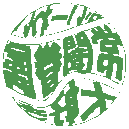
<source format=gbr>
%TF.GenerationSoftware,KiCad,Pcbnew,9.0.2*%
%TF.CreationDate,2025-08-08T22:11:24+08:00*%
%TF.ProjectId,lipo-chargable-espc3-weather-station,6c69706f-2d63-4686-9172-6761626c652d,rev?*%
%TF.SameCoordinates,Original*%
%TF.FileFunction,Legend,Bot*%
%TF.FilePolarity,Positive*%
%FSLAX46Y46*%
G04 Gerber Fmt 4.6, Leading zero omitted, Abs format (unit mm)*
G04 Created by KiCad (PCBNEW 9.0.2) date 2025-08-08 22:11:24*
%MOMM*%
%LPD*%
G01*
G04 APERTURE LIST*
%ADD10C,0.300000*%
%ADD11C,0.000000*%
G04 APERTURE END LIST*
D10*
X154928171Y-98626114D02*
X155071029Y-98554685D01*
X155071029Y-98554685D02*
X155285314Y-98554685D01*
X155285314Y-98554685D02*
X155499600Y-98626114D01*
X155499600Y-98626114D02*
X155642457Y-98768971D01*
X155642457Y-98768971D02*
X155713886Y-98911828D01*
X155713886Y-98911828D02*
X155785314Y-99197542D01*
X155785314Y-99197542D02*
X155785314Y-99411828D01*
X155785314Y-99411828D02*
X155713886Y-99697542D01*
X155713886Y-99697542D02*
X155642457Y-99840399D01*
X155642457Y-99840399D02*
X155499600Y-99983257D01*
X155499600Y-99983257D02*
X155285314Y-100054685D01*
X155285314Y-100054685D02*
X155142457Y-100054685D01*
X155142457Y-100054685D02*
X154928171Y-99983257D01*
X154928171Y-99983257D02*
X154856743Y-99911828D01*
X154856743Y-99911828D02*
X154856743Y-99411828D01*
X154856743Y-99411828D02*
X155142457Y-99411828D01*
X153999600Y-98554685D02*
X153999600Y-98911828D01*
X154356743Y-98768971D02*
X153999600Y-98911828D01*
X153999600Y-98911828D02*
X153642457Y-98768971D01*
X154213886Y-99197542D02*
X153999600Y-98911828D01*
X153999600Y-98911828D02*
X153785314Y-99197542D01*
X152856743Y-98554685D02*
X152856743Y-98911828D01*
X153213886Y-98768971D02*
X152856743Y-98911828D01*
X152856743Y-98911828D02*
X152499600Y-98768971D01*
X153071029Y-99197542D02*
X152856743Y-98911828D01*
X152856743Y-98911828D02*
X152642457Y-99197542D01*
X151713886Y-98554685D02*
X151713886Y-98911828D01*
X152071029Y-98768971D02*
X151713886Y-98911828D01*
X151713886Y-98911828D02*
X151356743Y-98768971D01*
X151928172Y-99197542D02*
X151713886Y-98911828D01*
X151713886Y-98911828D02*
X151499600Y-99197542D01*
D11*
%TO.C,G\u002A\u002A\u002A*%
G36*
X153530250Y-101620836D02*
G01*
X153535496Y-101751196D01*
X153535495Y-101988588D01*
X153315147Y-102241029D01*
X153266176Y-102297186D01*
X153167980Y-102410148D01*
X153089435Y-102500965D01*
X153044176Y-102553894D01*
X153017119Y-102597629D01*
X153023770Y-102647664D01*
X153072630Y-102725372D01*
X153082821Y-102739105D01*
X153148296Y-102803272D01*
X153201104Y-102817463D01*
X153221402Y-102814776D01*
X153243975Y-102847922D01*
X153250503Y-102940192D01*
X153250503Y-103081875D01*
X153443954Y-102972698D01*
X153637403Y-102863522D01*
X153660906Y-103020253D01*
X153674462Y-103123266D01*
X153675979Y-103240717D01*
X153644786Y-103318106D01*
X153571426Y-103373238D01*
X153446437Y-103423915D01*
X153232691Y-103499420D01*
X153209495Y-103691116D01*
X153202053Y-103757716D01*
X153189362Y-103898756D01*
X153182778Y-104012647D01*
X153179255Y-104142486D01*
X153312843Y-104111462D01*
X153387038Y-104094738D01*
X153485868Y-104079426D01*
X153534791Y-104092730D01*
X153546363Y-104141568D01*
X153533130Y-104232858D01*
X153527339Y-104263270D01*
X153502472Y-104385204D01*
X153480431Y-104482227D01*
X153472302Y-104524042D01*
X153469933Y-104536214D01*
X153483706Y-104564982D01*
X153537693Y-104575639D01*
X153647414Y-104576992D01*
X153717517Y-104575476D01*
X153838175Y-104567136D01*
X153922188Y-104554048D01*
X153933248Y-104550964D01*
X153979641Y-104527547D01*
X153980754Y-104523742D01*
X154147905Y-104523742D01*
X154168312Y-104537074D01*
X154249325Y-104531796D01*
X154393703Y-104508068D01*
X154604220Y-104466045D01*
X154697754Y-104445683D01*
X155285977Y-104277656D01*
X155844406Y-104045933D01*
X156379763Y-103747810D01*
X156608727Y-103603205D01*
X156585894Y-103315517D01*
X156573210Y-103154621D01*
X156557795Y-103016001D01*
X156534198Y-102938985D01*
X156493584Y-102920915D01*
X156427117Y-102959138D01*
X156325960Y-103050991D01*
X156181274Y-103193820D01*
X156057159Y-103320044D01*
X155875387Y-103513624D01*
X155694296Y-103714620D01*
X155539116Y-103895466D01*
X155420046Y-104039786D01*
X155326336Y-104146940D01*
X155258757Y-104203251D01*
X155205951Y-104209690D01*
X155156549Y-104167222D01*
X155099194Y-104076817D01*
X155022517Y-103939440D01*
X154924268Y-103764420D01*
X155503445Y-103179449D01*
X155579302Y-103103259D01*
X155754097Y-102930822D01*
X155918569Y-102772602D01*
X156062892Y-102637835D01*
X156177253Y-102535753D01*
X156251836Y-102475590D01*
X156324046Y-102421111D01*
X156393767Y-102358011D01*
X156396444Y-102354026D01*
X157038029Y-102354026D01*
X157042862Y-102419052D01*
X157062821Y-102516465D01*
X157082655Y-102609984D01*
X157107489Y-102760800D01*
X157126769Y-102914261D01*
X157151345Y-103155704D01*
X157314463Y-102984893D01*
X157431992Y-102858884D01*
X157556750Y-102717087D01*
X157650958Y-102600257D01*
X157707926Y-102516786D01*
X157720963Y-102475064D01*
X157716118Y-102470961D01*
X157660316Y-102450601D01*
X157559167Y-102424653D01*
X157431771Y-102396855D01*
X157297221Y-102370946D01*
X157174612Y-102350669D01*
X157083039Y-102339763D01*
X157041596Y-102341972D01*
X157038029Y-102354026D01*
X156396444Y-102354026D01*
X156420505Y-102318214D01*
X156414502Y-102280774D01*
X156382388Y-102234605D01*
X156315951Y-102197519D01*
X156207807Y-102167666D01*
X156050573Y-102143208D01*
X155836861Y-102122299D01*
X155559285Y-102103088D01*
X155457759Y-102096524D01*
X155295670Y-102084492D01*
X155161251Y-102072662D01*
X155076239Y-102062845D01*
X154960462Y-102044937D01*
X154960460Y-101774777D01*
X154960460Y-101504613D01*
X155289983Y-101530322D01*
X155321376Y-101532889D01*
X155519911Y-101552935D01*
X155727683Y-101578995D01*
X155904500Y-101606116D01*
X155944422Y-101613094D01*
X156073532Y-101635067D01*
X156169162Y-101650446D01*
X156212989Y-101656252D01*
X156213226Y-101630004D01*
X156195291Y-101548603D01*
X156161612Y-101425228D01*
X156115609Y-101273341D01*
X156072220Y-101135521D01*
X156031893Y-101006660D01*
X156012435Y-100943820D01*
X156581478Y-100943820D01*
X156584263Y-100955688D01*
X156604420Y-101020158D01*
X156639399Y-101127053D01*
X156683969Y-101260871D01*
X156732892Y-101406114D01*
X156780945Y-101547278D01*
X156822889Y-101668862D01*
X156853495Y-101755365D01*
X156867530Y-101791287D01*
X156877099Y-101795666D01*
X156941382Y-101818122D01*
X157055832Y-101855571D01*
X157208460Y-101904124D01*
X157387263Y-101959891D01*
X157474987Y-101986831D01*
X157647681Y-102038801D01*
X157791335Y-102080608D01*
X157892974Y-102108518D01*
X157939620Y-102118806D01*
X157963004Y-102115035D01*
X158006984Y-102081986D01*
X158059665Y-102005467D01*
X158129885Y-101874120D01*
X158131292Y-101871326D01*
X158175377Y-101773508D01*
X158184269Y-101717439D01*
X158160914Y-101685135D01*
X158157808Y-101683044D01*
X158087069Y-101642384D01*
X157968210Y-101580640D01*
X157812432Y-101503073D01*
X157630939Y-101414939D01*
X157434932Y-101321497D01*
X157235613Y-101228003D01*
X157044189Y-101139720D01*
X156871861Y-101061899D01*
X156729830Y-100999804D01*
X156629302Y-100958691D01*
X156581478Y-100943820D01*
X156012435Y-100943820D01*
X156004431Y-100917973D01*
X155994151Y-100883337D01*
X156008617Y-100879762D01*
X156076245Y-100872748D01*
X156180587Y-100865525D01*
X156188929Y-100865045D01*
X156261536Y-100860046D01*
X156296964Y-100853167D01*
X156288876Y-100841132D01*
X156230931Y-100820670D01*
X156116796Y-100788508D01*
X155940124Y-100741373D01*
X155783413Y-100701514D01*
X155577638Y-100653267D01*
X155386512Y-100612483D01*
X155236981Y-100585150D01*
X155219094Y-100582500D01*
X155072317Y-100567610D01*
X154908756Y-100560244D01*
X154745967Y-100560077D01*
X154601510Y-100566797D01*
X154492935Y-100580083D01*
X154437807Y-100599618D01*
X154434460Y-100610788D01*
X154435147Y-100678834D01*
X154446090Y-100792238D01*
X154465845Y-100933806D01*
X154515253Y-101246623D01*
X154650784Y-101257797D01*
X154674384Y-101260359D01*
X154759181Y-101281281D01*
X154800791Y-101311234D01*
X154801748Y-101314880D01*
X154804547Y-101376966D01*
X154800319Y-101485928D01*
X154789812Y-101620676D01*
X154788812Y-101631131D01*
X154773536Y-101764557D01*
X154756544Y-101841600D01*
X154732943Y-101876175D01*
X154697837Y-101882197D01*
X154683744Y-101880148D01*
X154665765Y-101877406D01*
X154653038Y-101882183D01*
X154645985Y-101902381D01*
X154645029Y-101945896D01*
X154650602Y-102020631D01*
X154663121Y-102134485D01*
X154683014Y-102295360D01*
X154710706Y-102511155D01*
X154746621Y-102789772D01*
X154764255Y-102930537D01*
X154790199Y-103170679D01*
X154798722Y-103315163D01*
X154801193Y-103357075D01*
X154795409Y-103500755D01*
X154771023Y-103612750D01*
X154726206Y-103704098D01*
X154659137Y-103785827D01*
X154567981Y-103868971D01*
X154399812Y-104010773D01*
X154434189Y-104171957D01*
X154444184Y-104222185D01*
X154456813Y-104306059D01*
X154456240Y-104344095D01*
X154435110Y-104356880D01*
X154365201Y-104394834D01*
X154265792Y-104446791D01*
X154185334Y-104491647D01*
X154147905Y-104523742D01*
X153980754Y-104523742D01*
X153993429Y-104480393D01*
X153982899Y-104386657D01*
X153977274Y-104353105D01*
X153960474Y-104269281D01*
X153948146Y-104230147D01*
X153913431Y-104234227D01*
X153842754Y-104261315D01*
X153773250Y-104286789D01*
X153733915Y-104289035D01*
X153733750Y-104288857D01*
X153721701Y-104247347D01*
X153704721Y-104155122D01*
X153686436Y-104031790D01*
X153653983Y-103789571D01*
X153755446Y-103737103D01*
X153778838Y-103724244D01*
X153835180Y-103672317D01*
X153838023Y-103605601D01*
X153816577Y-103506506D01*
X153787424Y-103356548D01*
X153754201Y-103175147D01*
X153719361Y-102976804D01*
X153685359Y-102776015D01*
X153654644Y-102587274D01*
X153629666Y-102425078D01*
X153612884Y-102303921D01*
X153606744Y-102238304D01*
X153608895Y-102190424D01*
X153617497Y-102115230D01*
X154090148Y-102115230D01*
X154101275Y-102254854D01*
X154125124Y-102455353D01*
X154162082Y-102721270D01*
X154162798Y-102726190D01*
X154201803Y-102982837D01*
X154234745Y-103173705D01*
X154262697Y-103303819D01*
X154286740Y-103378204D01*
X154307949Y-103401883D01*
X154327918Y-103396706D01*
X154344679Y-103370627D01*
X154351094Y-103315162D01*
X154346696Y-103222168D01*
X154331011Y-103083498D01*
X154303576Y-102891007D01*
X154263920Y-102636552D01*
X154247357Y-102532789D01*
X154213450Y-102323645D01*
X154187488Y-102173034D01*
X154167300Y-102072522D01*
X154150722Y-102013679D01*
X154135582Y-101988070D01*
X154119713Y-101987266D01*
X154100944Y-102002829D01*
X154091362Y-102031941D01*
X154090148Y-102115230D01*
X153617497Y-102115230D01*
X153623059Y-102066609D01*
X153646085Y-101934141D01*
X153660036Y-101874816D01*
X153698991Y-101771902D01*
X153763812Y-101677937D01*
X153870189Y-101567239D01*
X154054951Y-101389121D01*
X154007513Y-101178142D01*
X153988027Y-101080654D01*
X153974303Y-100981930D01*
X153974806Y-100928773D01*
X153977485Y-100921550D01*
X153997103Y-100854759D01*
X153997429Y-100853264D01*
X154034076Y-100785295D01*
X154119504Y-100714126D01*
X154263551Y-100631512D01*
X154362545Y-100586312D01*
X154470341Y-100554550D01*
X154602463Y-100535482D01*
X154782342Y-100524269D01*
X155109549Y-100532411D01*
X155518766Y-100591275D01*
X155970965Y-100702031D01*
X156463809Y-100863998D01*
X156994957Y-101076485D01*
X157562078Y-101338815D01*
X158280236Y-101691573D01*
X158266086Y-101717437D01*
X158148585Y-101932211D01*
X158019296Y-102151867D01*
X157790977Y-102475065D01*
X157724837Y-102568688D01*
X157380778Y-102967600D01*
X157000268Y-103335278D01*
X156665440Y-103603204D01*
X156596455Y-103658408D01*
X156182487Y-103923674D01*
X156110333Y-103963293D01*
X155551282Y-104224272D01*
X154957810Y-104423253D01*
X154331393Y-104559719D01*
X154264085Y-104569509D01*
X154007351Y-104591896D01*
X153709061Y-104600351D01*
X153390748Y-104595503D01*
X153073937Y-104577976D01*
X152780157Y-104548396D01*
X152632146Y-104524042D01*
X152894261Y-104524042D01*
X152912073Y-104541856D01*
X152929886Y-104524042D01*
X152912074Y-104506230D01*
X152902615Y-104515689D01*
X152894261Y-104524042D01*
X152632146Y-104524042D01*
X152530932Y-104507388D01*
X152358410Y-104467894D01*
X151775079Y-104288229D01*
X151419508Y-104132177D01*
X151504921Y-104132177D01*
X151522734Y-104149988D01*
X151540546Y-104132177D01*
X151522733Y-104114365D01*
X151504921Y-104132177D01*
X151419508Y-104132177D01*
X151220789Y-104044964D01*
X150700035Y-103740978D01*
X150217321Y-103379149D01*
X149777130Y-102962352D01*
X149383968Y-102493467D01*
X149302379Y-102383462D01*
X149208205Y-102251711D01*
X149172207Y-102192267D01*
X149219531Y-102192267D01*
X149378002Y-102414115D01*
X149409721Y-102457856D01*
X149479066Y-102544620D01*
X149550886Y-102614739D01*
X149640602Y-102680107D01*
X149763640Y-102752633D01*
X149935425Y-102844214D01*
X149954764Y-102854278D01*
X150104650Y-102929863D01*
X150229403Y-102988706D01*
X150316490Y-103025131D01*
X150353376Y-103033463D01*
X150344569Y-103020577D01*
X150285994Y-102980797D01*
X150184488Y-102922727D01*
X150052598Y-102853860D01*
X149879167Y-102759454D01*
X149756012Y-102674837D01*
X149695493Y-102607096D01*
X149700273Y-102558469D01*
X149720916Y-102562141D01*
X149794358Y-102590535D01*
X149907328Y-102640497D01*
X150045863Y-102706064D01*
X150197955Y-102778406D01*
X150329761Y-102835249D01*
X150414013Y-102861765D01*
X150458702Y-102860341D01*
X150471821Y-102833364D01*
X150476641Y-102829083D01*
X150527893Y-102836870D01*
X150623270Y-102867946D01*
X150747910Y-102917764D01*
X150785144Y-102933989D01*
X150920708Y-102999937D01*
X150994956Y-103051516D01*
X151013924Y-103092690D01*
X151014096Y-103104936D01*
X151056528Y-103152074D01*
X151158076Y-103196859D01*
X151309107Y-103236600D01*
X151499990Y-103268605D01*
X151721086Y-103290187D01*
X152061935Y-103312822D01*
X152031779Y-103428601D01*
X152011607Y-103490201D01*
X151969169Y-103534294D01*
X151886862Y-103543853D01*
X151874471Y-103543639D01*
X151724245Y-103526183D01*
X151533693Y-103484734D01*
X151324802Y-103424791D01*
X151119561Y-103351856D01*
X151007108Y-103311592D01*
X150930445Y-103294209D01*
X150908634Y-103305622D01*
X150913541Y-103313868D01*
X150971522Y-103352882D01*
X151080344Y-103400262D01*
X151224977Y-103451355D01*
X151390379Y-103501518D01*
X151561514Y-103546101D01*
X151723346Y-103580457D01*
X151860837Y-103599940D01*
X152132638Y-103623648D01*
X152117477Y-103726946D01*
X152099993Y-103802762D01*
X152077349Y-103845675D01*
X152058810Y-103850430D01*
X151976358Y-103844714D01*
X151848270Y-103820041D01*
X151689136Y-103780236D01*
X151513538Y-103729121D01*
X151336058Y-103670515D01*
X151171282Y-103608240D01*
X151084645Y-103573801D01*
X150938331Y-103521916D01*
X150839832Y-103496723D01*
X150797229Y-103500549D01*
X150783038Y-103505903D01*
X150721180Y-103490174D01*
X150629249Y-103449005D01*
X150525673Y-103392764D01*
X150428873Y-103331819D01*
X150357284Y-103276539D01*
X150329325Y-103237288D01*
X150302808Y-103201568D01*
X150228999Y-103144361D01*
X150124486Y-103079485D01*
X150022587Y-103021524D01*
X149909038Y-102955746D01*
X149830586Y-102908929D01*
X149804312Y-102892940D01*
X149773098Y-102878256D01*
X149787128Y-102901651D01*
X149848374Y-102969857D01*
X149872348Y-102994991D01*
X149959170Y-103075116D01*
X150031808Y-103128108D01*
X150042237Y-103134144D01*
X150116974Y-103182655D01*
X150224725Y-103257217D01*
X150345898Y-103344347D01*
X150460859Y-103426347D01*
X150706068Y-103586715D01*
X150939405Y-103720512D01*
X151152370Y-103823837D01*
X151336463Y-103892797D01*
X151483190Y-103923495D01*
X151584055Y-103912036D01*
X151601035Y-103906632D01*
X151682262Y-103898914D01*
X151794648Y-103901503D01*
X151917713Y-103912229D01*
X152030973Y-103928925D01*
X152113945Y-103949419D01*
X152146154Y-103971547D01*
X152145514Y-103974925D01*
X152115384Y-104017932D01*
X152054096Y-104081437D01*
X152041335Y-104093080D01*
X151983523Y-104132176D01*
X151972645Y-104139532D01*
X151888028Y-104160467D01*
X151760197Y-104163496D01*
X151558358Y-104159193D01*
X151789913Y-104246955D01*
X151915563Y-104291529D01*
X152101337Y-104350847D01*
X152272890Y-104399453D01*
X152411793Y-104433022D01*
X152569950Y-104467067D01*
X152696035Y-104489938D01*
X152867765Y-104515689D01*
X152786801Y-104406181D01*
X152765522Y-104376092D01*
X152734517Y-104317184D01*
X152719385Y-104247329D01*
X152717110Y-104146535D01*
X152724671Y-103994811D01*
X152743502Y-103692952D01*
X152600659Y-103743350D01*
X152576287Y-103751476D01*
X152456491Y-103781572D01*
X152355421Y-103793748D01*
X152308175Y-103791317D01*
X152263032Y-103765104D01*
X152253029Y-103691507D01*
X152253300Y-103674310D01*
X152266324Y-103615324D01*
X152312372Y-103578081D01*
X152409976Y-103545320D01*
X152412205Y-103544695D01*
X152552615Y-103495252D01*
X152672455Y-103435329D01*
X152755619Y-103374476D01*
X152786000Y-103322252D01*
X152771052Y-103293188D01*
X152711481Y-103230627D01*
X152622231Y-103157682D01*
X152561257Y-103111335D01*
X152496946Y-103049913D01*
X152472119Y-102993178D01*
X152473633Y-102920107D01*
X152487414Y-102802048D01*
X152342625Y-102886901D01*
X152279915Y-102920736D01*
X152035376Y-103013265D01*
X151769674Y-103064273D01*
X151515568Y-103066647D01*
X151420259Y-103053962D01*
X151215714Y-103010703D01*
X150976756Y-102940777D01*
X150698023Y-102842225D01*
X150374156Y-102713086D01*
X149999799Y-102551405D01*
X149569588Y-102355217D01*
X149219531Y-102192267D01*
X149172207Y-102192267D01*
X149157875Y-102168600D01*
X149151712Y-102129275D01*
X149190029Y-102128873D01*
X149273143Y-102162539D01*
X149401366Y-102225416D01*
X149412305Y-102230895D01*
X149569414Y-102306547D01*
X149763022Y-102395522D01*
X149980481Y-102492431D01*
X150209134Y-102591890D01*
X150436327Y-102688512D01*
X150649410Y-102776909D01*
X150835724Y-102851695D01*
X150982615Y-102907482D01*
X151077434Y-102938887D01*
X151201684Y-102969458D01*
X151544106Y-103018258D01*
X151855674Y-103004824D01*
X152141070Y-102928090D01*
X152404984Y-102786987D01*
X152652103Y-102580449D01*
X152727867Y-102496002D01*
X152838387Y-102357353D01*
X152966774Y-102184872D01*
X153102632Y-101992562D01*
X153235567Y-101794438D01*
X153237885Y-101790882D01*
X153386538Y-101567239D01*
X153428623Y-101567239D01*
X153446436Y-101585052D01*
X153464248Y-101567240D01*
X153446435Y-101549427D01*
X153428623Y-101567239D01*
X153386538Y-101567239D01*
X153419861Y-101517106D01*
X153582130Y-101283579D01*
X153721438Y-101094551D01*
X153834528Y-100954269D01*
X153918147Y-100866986D01*
X153969039Y-100836946D01*
X153970932Y-100837287D01*
X153962122Y-100866216D01*
X153914635Y-100932558D01*
X153837602Y-101023371D01*
X153796416Y-101069916D01*
X153686979Y-101201103D01*
X153595005Y-101321812D01*
X153527929Y-101421323D01*
X153493171Y-101488895D01*
X153498161Y-101513803D01*
X153515862Y-101537692D01*
X153520975Y-101567240D01*
X153530250Y-101620836D01*
G37*
G36*
X158195585Y-96921943D02*
G01*
X158446820Y-97467825D01*
X158635226Y-98043310D01*
X158758691Y-98643475D01*
X158781171Y-98836715D01*
X158799413Y-99162144D01*
X158799877Y-99510670D01*
X158799063Y-99527771D01*
X158783287Y-99859098D01*
X158750369Y-100184238D01*
X158701844Y-100462892D01*
X158662619Y-100628361D01*
X158610935Y-100825219D01*
X158562154Y-100989000D01*
X158519992Y-101107448D01*
X158488160Y-101168304D01*
X158465220Y-101167089D01*
X158386980Y-101140362D01*
X158264593Y-101088985D01*
X158109078Y-101017661D01*
X157931458Y-100931084D01*
X157503833Y-100723968D01*
X156989159Y-100496996D01*
X156960153Y-100485917D01*
X157146399Y-100485917D01*
X157171316Y-100509978D01*
X157240405Y-100551953D01*
X157264450Y-100564770D01*
X157348831Y-100604295D01*
X157400714Y-100620214D01*
X157405658Y-100617988D01*
X157380744Y-100593929D01*
X157311653Y-100551955D01*
X157287609Y-100539136D01*
X157203227Y-100499611D01*
X157151344Y-100483692D01*
X157146399Y-100485917D01*
X156960153Y-100485917D01*
X156513974Y-100315496D01*
X156071438Y-100177397D01*
X155654721Y-100080621D01*
X155256988Y-100023094D01*
X154871401Y-100002750D01*
X154719428Y-100002287D01*
X154567043Y-100004934D01*
X154454489Y-100013640D01*
X154363857Y-100030954D01*
X154277241Y-100059425D01*
X154176730Y-100101599D01*
X154174326Y-100102655D01*
X154050421Y-100153984D01*
X153946718Y-100191519D01*
X153885447Y-100207199D01*
X153856003Y-100212595D01*
X153839557Y-100233368D01*
X153829843Y-100254625D01*
X153776684Y-100307950D01*
X153691252Y-100377136D01*
X153670269Y-100394315D01*
X153580690Y-100467650D01*
X153466248Y-100580139D01*
X153345693Y-100719787D01*
X153211942Y-100895402D01*
X153057913Y-101115780D01*
X152900514Y-101353495D01*
X152876524Y-101389727D01*
X152744677Y-101590608D01*
X152583180Y-101828378D01*
X152446284Y-102016491D01*
X152327561Y-102162041D01*
X152220577Y-102272118D01*
X152118905Y-102353815D01*
X152016110Y-102414230D01*
X151905765Y-102460453D01*
X151891931Y-102465206D01*
X151772009Y-102496026D01*
X151665230Y-102509189D01*
X151509803Y-102493906D01*
X151285799Y-102440201D01*
X151006787Y-102348708D01*
X150675016Y-102220299D01*
X150292735Y-102055852D01*
X149862191Y-101856240D01*
X149385631Y-101622334D01*
X148709119Y-101282247D01*
X148676963Y-101195506D01*
X148734974Y-101195506D01*
X148744051Y-101228809D01*
X148751370Y-101239359D01*
X148783880Y-101264437D01*
X148788753Y-101262115D01*
X148779676Y-101228811D01*
X148772358Y-101218268D01*
X148744906Y-101197090D01*
X149224971Y-101197090D01*
X149224975Y-101262116D01*
X149224977Y-101288207D01*
X149224977Y-101497724D01*
X149572313Y-101670957D01*
X149654073Y-101711650D01*
X149840092Y-101803027D01*
X149973908Y-101865980D01*
X150063652Y-101903693D01*
X150117445Y-101919353D01*
X150143418Y-101916138D01*
X150149695Y-101897241D01*
X150145600Y-101854462D01*
X150128763Y-101763604D01*
X150104193Y-101664171D01*
X150077452Y-101575745D01*
X150054109Y-101517911D01*
X150039723Y-101510245D01*
X150039513Y-101510840D01*
X150012565Y-101521425D01*
X149947204Y-101498351D01*
X149837168Y-101438673D01*
X149676197Y-101339450D01*
X149669609Y-101335258D01*
X149497167Y-101225542D01*
X149376164Y-101151875D01*
X149297524Y-101113229D01*
X149252163Y-101108569D01*
X149231007Y-101136867D01*
X149224971Y-101197090D01*
X148744906Y-101197090D01*
X148739846Y-101193186D01*
X148734974Y-101195506D01*
X148676963Y-101195506D01*
X148643088Y-101104127D01*
X148619067Y-101032959D01*
X148575948Y-100888140D01*
X148568731Y-100861657D01*
X148941693Y-100861657D01*
X148956331Y-100905824D01*
X148965462Y-100917736D01*
X149014738Y-100943817D01*
X149026439Y-100934175D01*
X149003731Y-100893975D01*
X148968790Y-100863587D01*
X148941693Y-100861657D01*
X148568731Y-100861657D01*
X148528490Y-100713982D01*
X148526124Y-100704561D01*
X148909572Y-100704561D01*
X148916617Y-100775281D01*
X148918037Y-100778457D01*
X148929189Y-100773101D01*
X148931016Y-100744237D01*
X149654786Y-100744237D01*
X149674674Y-100817739D01*
X149682766Y-100831778D01*
X149732925Y-100879238D01*
X149807420Y-100929396D01*
X149816444Y-100934175D01*
X149885867Y-100970950D01*
X149947882Y-100992609D01*
X149973084Y-100983080D01*
X149967644Y-100937993D01*
X149911744Y-100845641D01*
X149790570Y-100763455D01*
X149745246Y-100741440D01*
X149675957Y-100719907D01*
X149654786Y-100744237D01*
X148931016Y-100744237D01*
X148933039Y-100712261D01*
X148932805Y-100701200D01*
X148926638Y-100653883D01*
X148915298Y-100668408D01*
X148909572Y-100704561D01*
X148526124Y-100704561D01*
X148483321Y-100534142D01*
X148454283Y-100408406D01*
X148443889Y-100356140D01*
X148860237Y-100356140D01*
X148862630Y-100445078D01*
X148866049Y-100477130D01*
X148878473Y-100556006D01*
X148890291Y-100587577D01*
X148893433Y-100583971D01*
X148898469Y-100551953D01*
X149189353Y-100551953D01*
X149196032Y-100593365D01*
X149224977Y-100623201D01*
X149245684Y-100609840D01*
X149260602Y-100551953D01*
X149253919Y-100510541D01*
X149224977Y-100480704D01*
X149204272Y-100494065D01*
X149189353Y-100551953D01*
X148898469Y-100551953D01*
X148901236Y-100534360D01*
X148904360Y-100445080D01*
X148903657Y-100413196D01*
X148894026Y-100334207D01*
X148876701Y-100302584D01*
X148870718Y-100306393D01*
X148860237Y-100356140D01*
X148443889Y-100356140D01*
X148429253Y-100282549D01*
X148411552Y-100160662D01*
X148409806Y-100140713D01*
X149619465Y-100140713D01*
X149623271Y-100201339D01*
X149625576Y-100212085D01*
X149651134Y-100252500D01*
X149711308Y-100294221D01*
X149817287Y-100343705D01*
X149980257Y-100407414D01*
X150079615Y-100445081D01*
X150085857Y-100447446D01*
X150214083Y-100497798D01*
X150305326Y-100535800D01*
X150337750Y-100551953D01*
X150344625Y-100555378D01*
X150349504Y-100567477D01*
X150366667Y-100637982D01*
X150381905Y-100712261D01*
X150391644Y-100759735D01*
X150421903Y-100920068D01*
X150433071Y-100983081D01*
X150454906Y-101106315D01*
X150464959Y-101164351D01*
X150502931Y-101377366D01*
X150541057Y-101582915D01*
X150575392Y-101760058D01*
X150601996Y-101887857D01*
X150603492Y-101894517D01*
X150604199Y-101897241D01*
X150634249Y-102012955D01*
X150665878Y-102108538D01*
X150693634Y-102172335D01*
X150712769Y-102195427D01*
X150718537Y-102168887D01*
X150706195Y-102083790D01*
X150647222Y-101768031D01*
X150566756Y-101288549D01*
X150493261Y-100794223D01*
X150429599Y-100305967D01*
X150378632Y-99844705D01*
X150343224Y-99431350D01*
X150318484Y-99076665D01*
X150196024Y-99217606D01*
X150168232Y-99249590D01*
X150073563Y-99358546D01*
X150162934Y-99391126D01*
X150165585Y-99392097D01*
X150206420Y-99411852D01*
X150233391Y-99444461D01*
X150245791Y-99487091D01*
X150250854Y-99504501D01*
X150263166Y-99606548D01*
X150272567Y-99736083D01*
X150274680Y-99765178D01*
X150279688Y-99838207D01*
X150292446Y-100002510D01*
X150305374Y-100144688D01*
X150316320Y-100240242D01*
X150317701Y-100250280D01*
X150319893Y-100341675D01*
X150296316Y-100373831D01*
X150278663Y-100370400D01*
X150203009Y-100346130D01*
X150087098Y-100303700D01*
X149947835Y-100249148D01*
X149872168Y-100218799D01*
X149749329Y-100170327D01*
X149661934Y-100136914D01*
X149625255Y-100124463D01*
X149619465Y-100140713D01*
X148409806Y-100140713D01*
X148399916Y-100027705D01*
X148393071Y-99868635D01*
X148389756Y-99668408D01*
X148389436Y-99590762D01*
X148406022Y-99590762D01*
X148409184Y-99735745D01*
X148416108Y-99838504D01*
X148426989Y-99884586D01*
X148458719Y-99889956D01*
X148526723Y-99870246D01*
X148559587Y-99860009D01*
X148628877Y-99861372D01*
X148730590Y-99888245D01*
X148880338Y-99943875D01*
X148946995Y-99970335D01*
X149070065Y-100018133D01*
X149143429Y-100042585D01*
X149178864Y-100045734D01*
X149188148Y-100029614D01*
X149183060Y-99996262D01*
X149175897Y-99983140D01*
X149113787Y-99936157D01*
X148996414Y-99875320D01*
X148833112Y-99805704D01*
X148494684Y-99672099D01*
X148494238Y-99662230D01*
X149581218Y-99662230D01*
X149598500Y-99715025D01*
X149672599Y-99769104D01*
X149688464Y-99775045D01*
X149777153Y-99800373D01*
X149819660Y-99788400D01*
X149830586Y-99736084D01*
X149806741Y-99680659D01*
X149718399Y-99629210D01*
X149655922Y-99607590D01*
X149601488Y-99594620D01*
X149583054Y-99611279D01*
X149581218Y-99662230D01*
X148494238Y-99662230D01*
X148484316Y-99442435D01*
X148484308Y-99409051D01*
X148904360Y-99409051D01*
X148920302Y-99463699D01*
X148995740Y-99519734D01*
X149101395Y-99550321D01*
X149168284Y-99541373D01*
X149189353Y-99487091D01*
X149173855Y-99440992D01*
X149103602Y-99398182D01*
X149040965Y-99380954D01*
X148961106Y-99354885D01*
X148918867Y-99354194D01*
X148904360Y-99409051D01*
X148484308Y-99409051D01*
X148484290Y-99332792D01*
X148496236Y-99192828D01*
X149581218Y-99192828D01*
X149594704Y-99215452D01*
X149652465Y-99244182D01*
X149694882Y-99252658D01*
X149723715Y-99249590D01*
X149708341Y-99233182D01*
X149652467Y-99198236D01*
X149606906Y-99181410D01*
X149581218Y-99192828D01*
X148496236Y-99192828D01*
X148496849Y-99185647D01*
X148520459Y-99071915D01*
X148527732Y-99050276D01*
X148562923Y-98971211D01*
X148609515Y-98938616D01*
X148691135Y-98933312D01*
X148747676Y-98939213D01*
X148872818Y-98968261D01*
X149002326Y-99012945D01*
X149189353Y-99090324D01*
X149189355Y-99009713D01*
X149185685Y-98980988D01*
X149155467Y-98935073D01*
X149102885Y-98900209D01*
X150228754Y-98900209D01*
X150258077Y-98913243D01*
X150276937Y-98910674D01*
X150281826Y-98889494D01*
X150276605Y-98885230D01*
X150234328Y-98889494D01*
X150228754Y-98900209D01*
X149102885Y-98900209D01*
X149083733Y-98887510D01*
X149035026Y-98864585D01*
X150121882Y-98864585D01*
X150151204Y-98877620D01*
X150170065Y-98875046D01*
X150174954Y-98853869D01*
X150169732Y-98849606D01*
X150127455Y-98853869D01*
X150121882Y-98864585D01*
X149035026Y-98864585D01*
X148959337Y-98828960D01*
X150015009Y-98828960D01*
X150044332Y-98841995D01*
X150063191Y-98839425D01*
X150068080Y-98818245D01*
X150062860Y-98813982D01*
X150020582Y-98818245D01*
X150015009Y-98828960D01*
X148959337Y-98828960D01*
X148957384Y-98828041D01*
X148950683Y-98825111D01*
X148833986Y-98770783D01*
X148745952Y-98723875D01*
X148705188Y-98694258D01*
X148702612Y-98685517D01*
X148715546Y-98625155D01*
X148756391Y-98540464D01*
X148827819Y-98419399D01*
X148671705Y-98366205D01*
X148658614Y-98361714D01*
X148587539Y-98338386D01*
X148539634Y-98333936D01*
X148508068Y-98358667D01*
X148486011Y-98422881D01*
X148466623Y-98536886D01*
X148443080Y-98710982D01*
X148439676Y-98738150D01*
X148427012Y-98877532D01*
X148417114Y-99046930D01*
X148410184Y-99231902D01*
X148406422Y-99417996D01*
X148406022Y-99590762D01*
X148389436Y-99590762D01*
X148388699Y-99411981D01*
X148388767Y-99294786D01*
X148391987Y-99011122D01*
X148401537Y-98775972D01*
X148419807Y-98572671D01*
X148449187Y-98384550D01*
X148492073Y-98194942D01*
X148542197Y-98017777D01*
X149046857Y-98017777D01*
X149047101Y-98023284D01*
X149064580Y-98058302D01*
X149117740Y-98091975D01*
X149217901Y-98129776D01*
X149376380Y-98177180D01*
X149424060Y-98190458D01*
X149614474Y-98240849D01*
X149807027Y-98288474D01*
X149966507Y-98324541D01*
X150002509Y-98332034D01*
X150144488Y-98360490D01*
X150231626Y-98373708D01*
X150276268Y-98371524D01*
X150290748Y-98353774D01*
X150287409Y-98320296D01*
X150272850Y-98296855D01*
X150212078Y-98262253D01*
X150097077Y-98224490D01*
X149919648Y-98180451D01*
X149838586Y-98161361D01*
X149654800Y-98114486D01*
X149483373Y-98066512D01*
X149352991Y-98025292D01*
X149287299Y-98002645D01*
X149164731Y-97965593D01*
X149091520Y-97955957D01*
X149056091Y-97973446D01*
X149046857Y-98017777D01*
X148542197Y-98017777D01*
X148550853Y-97987181D01*
X148619862Y-97769956D01*
X150217650Y-97769956D01*
X150243544Y-97780051D01*
X150251525Y-97781440D01*
X150384801Y-97798617D01*
X150511990Y-97806842D01*
X150526639Y-97807350D01*
X150619614Y-97823151D01*
X150676352Y-97853426D01*
X150686712Y-97888890D01*
X150699984Y-97986868D01*
X150712983Y-98133279D01*
X150724636Y-98315617D01*
X150726346Y-98353774D01*
X150733862Y-98521378D01*
X150736852Y-98597580D01*
X150750082Y-98818245D01*
X150752221Y-98853870D01*
X150754356Y-98889495D01*
X150761565Y-99009711D01*
X150766074Y-99084899D01*
X150813503Y-99621095D01*
X150877144Y-100189625D01*
X150954992Y-100773938D01*
X151045046Y-101357485D01*
X151145307Y-101923718D01*
X151164313Y-102028906D01*
X151185608Y-102164374D01*
X151186134Y-102168887D01*
X151197015Y-102262309D01*
X151196380Y-102306572D01*
X151159870Y-102320128D01*
X151084154Y-102316058D01*
X151062452Y-102315927D01*
X151097474Y-102333116D01*
X151184304Y-102364269D01*
X151386397Y-102421715D01*
X151622736Y-102453255D01*
X151830862Y-102432850D01*
X152022590Y-102360450D01*
X152139896Y-102278637D01*
X152286840Y-102136824D01*
X152443795Y-101951500D01*
X152601160Y-101734083D01*
X152749341Y-101495992D01*
X152831118Y-101353495D01*
X152730261Y-101478180D01*
X152725383Y-101484202D01*
X152516003Y-101726106D01*
X152314804Y-101927303D01*
X152128311Y-102082356D01*
X151963047Y-102185826D01*
X151825538Y-102232274D01*
X151736478Y-102244099D01*
X151671822Y-101444910D01*
X152147953Y-101444910D01*
X152153143Y-101502110D01*
X152157229Y-101513302D01*
X152181997Y-101518656D01*
X152232926Y-101486291D01*
X152317018Y-101410977D01*
X152441285Y-101287503D01*
X152447810Y-101280852D01*
X152578912Y-101140787D01*
X152665982Y-101035743D01*
X152709027Y-100969224D01*
X152708052Y-100944731D01*
X152663063Y-100965770D01*
X152574066Y-101035843D01*
X152441066Y-101158454D01*
X152349856Y-101246386D01*
X152251628Y-101340116D01*
X152182289Y-101405100D01*
X152152923Y-101430862D01*
X152147953Y-101444910D01*
X151671822Y-101444910D01*
X151667788Y-101395043D01*
X151651287Y-101193227D01*
X151632535Y-100974695D01*
X151630408Y-100952724D01*
X152075181Y-100952724D01*
X152075849Y-100987959D01*
X152087204Y-101009458D01*
X152124698Y-100992490D01*
X152203765Y-100934912D01*
X152324397Y-100841541D01*
X152465113Y-100723993D01*
X152578080Y-100619675D01*
X152653231Y-100538004D01*
X152680515Y-100488402D01*
X152667698Y-100476707D01*
X152614197Y-100504747D01*
X152525400Y-100578988D01*
X152462215Y-100633988D01*
X152336245Y-100731427D01*
X152222869Y-100806178D01*
X152182121Y-100831659D01*
X152105050Y-100897264D01*
X152075181Y-100952724D01*
X151630408Y-100952724D01*
X151617050Y-100814738D01*
X151603699Y-100706166D01*
X151591346Y-100641774D01*
X151578856Y-100614376D01*
X151565091Y-100616766D01*
X151548922Y-100641753D01*
X151498742Y-100737522D01*
X151418883Y-100618019D01*
X151366409Y-100534520D01*
X151292098Y-100408355D01*
X151287722Y-100400549D01*
X152039556Y-100400549D01*
X152042496Y-100450406D01*
X152053515Y-100480704D01*
X152061226Y-100477801D01*
X152115028Y-100445999D01*
X152204735Y-100387705D01*
X152314330Y-100313676D01*
X152427797Y-100234666D01*
X152529115Y-100161426D01*
X152551381Y-100143683D01*
X152618057Y-100072030D01*
X152644894Y-100010890D01*
X152640820Y-99967664D01*
X152618540Y-99951784D01*
X152566162Y-99977716D01*
X152471899Y-100047984D01*
X152443058Y-100069907D01*
X152316881Y-100157366D01*
X152190960Y-100235010D01*
X152148331Y-100260578D01*
X152065308Y-100330716D01*
X152039556Y-100400549D01*
X151287722Y-100400549D01*
X151217427Y-100275158D01*
X151095831Y-100051798D01*
X151136976Y-99978604D01*
X151763716Y-99978604D01*
X151768031Y-99976236D01*
X151813692Y-99947800D01*
X151890521Y-99898449D01*
X151979629Y-99840672D01*
X152204321Y-99694753D01*
X152377285Y-99581216D01*
X152504456Y-99495187D01*
X152591769Y-99431772D01*
X152645152Y-99386089D01*
X152670542Y-99353259D01*
X152673867Y-99328390D01*
X152661065Y-99306602D01*
X152638064Y-99283012D01*
X152611833Y-99265576D01*
X152569473Y-99263967D01*
X152501866Y-99285451D01*
X152396777Y-99334067D01*
X152241983Y-99413856D01*
X152123818Y-99476898D01*
X152006238Y-99541692D01*
X151926287Y-99588259D01*
X151896785Y-99609336D01*
X151891001Y-99629447D01*
X151865317Y-99700593D01*
X151826058Y-99802527D01*
X151798026Y-99875203D01*
X151770836Y-99950692D01*
X151763716Y-99978604D01*
X151136976Y-99978604D01*
X151195256Y-99874927D01*
X151294681Y-99698055D01*
X151186055Y-99719778D01*
X151125220Y-99728848D01*
X151085721Y-99714155D01*
X151077122Y-99656897D01*
X151075737Y-99618143D01*
X151067492Y-99510154D01*
X151054347Y-99385263D01*
X151031883Y-99198236D01*
X151143717Y-99198236D01*
X151170792Y-99196527D01*
X151239060Y-99169918D01*
X151249153Y-99149329D01*
X151398049Y-99149329D01*
X151408144Y-99156464D01*
X151462140Y-99162613D01*
X151521490Y-99129193D01*
X151574047Y-99029020D01*
X151582274Y-99006063D01*
X151608416Y-98933500D01*
X152103034Y-98933500D01*
X152141548Y-98930297D01*
X152226246Y-98883269D01*
X152255140Y-98865495D01*
X152311820Y-98818848D01*
X152311428Y-98771431D01*
X152258454Y-98697350D01*
X152192629Y-98616061D01*
X152135932Y-98782465D01*
X152121685Y-98828234D01*
X152103922Y-98885297D01*
X152103034Y-98933500D01*
X151608416Y-98933500D01*
X151616243Y-98911774D01*
X151638450Y-98850900D01*
X151639105Y-98828235D01*
X151599460Y-98806371D01*
X151563171Y-98833579D01*
X151511001Y-98904243D01*
X151457170Y-98995611D01*
X151415059Y-99084900D01*
X151398049Y-99149329D01*
X151249153Y-99149329D01*
X151261375Y-99124399D01*
X151225965Y-99077281D01*
X151225319Y-99076845D01*
X151196667Y-99034785D01*
X151151252Y-98945959D01*
X151098605Y-98828949D01*
X151000834Y-98598902D01*
X151100364Y-98418877D01*
X152754678Y-98418877D01*
X152794516Y-98478628D01*
X152850569Y-98511327D01*
X152927250Y-98518954D01*
X152980380Y-98490515D01*
X152979101Y-98452378D01*
X152935821Y-98402999D01*
X152871113Y-98367255D01*
X152810355Y-98364023D01*
X152781301Y-98377580D01*
X152754678Y-98418877D01*
X151100364Y-98418877D01*
X151235063Y-98175240D01*
X151257628Y-98134261D01*
X151340628Y-97980282D01*
X151407842Y-97850563D01*
X151452866Y-97757706D01*
X151469295Y-97714309D01*
X151462657Y-97702300D01*
X151404183Y-97694637D01*
X151282270Y-97710671D01*
X151270539Y-97712641D01*
X151155057Y-97725528D01*
X150991374Y-97736790D01*
X150799587Y-97745267D01*
X150599785Y-97749809D01*
X150536653Y-97750655D01*
X150367275Y-97754995D01*
X150259917Y-97761518D01*
X150217650Y-97769956D01*
X148619862Y-97769956D01*
X148622446Y-97761821D01*
X148667290Y-97761821D01*
X148670925Y-97761769D01*
X148704823Y-97730192D01*
X148758881Y-97662814D01*
X148764525Y-97655403D01*
X148851947Y-97568702D01*
X148947661Y-97507922D01*
X149055427Y-97462611D01*
X148938492Y-97421848D01*
X148906224Y-97410747D01*
X148842411Y-97395776D01*
X148800506Y-97412109D01*
X148764787Y-97471519D01*
X148719526Y-97585774D01*
X148698109Y-97644668D01*
X148672678Y-97725563D01*
X148667290Y-97761821D01*
X148622446Y-97761821D01*
X148627918Y-97744597D01*
X148631796Y-97732770D01*
X148692238Y-97553695D01*
X148737674Y-97433296D01*
X148772616Y-97362313D01*
X148801568Y-97331488D01*
X148829044Y-97331556D01*
X148995005Y-97398004D01*
X149181136Y-97462611D01*
X149220360Y-97476228D01*
X149461198Y-97550398D01*
X149690623Y-97612292D01*
X149881741Y-97653677D01*
X150014658Y-97672877D01*
X150330266Y-97696124D01*
X150682167Y-97697638D01*
X151049334Y-97678257D01*
X151107867Y-97671868D01*
X151541604Y-97671868D01*
X151683336Y-97880577D01*
X151748516Y-97985493D01*
X151795449Y-98085221D01*
X151803679Y-98145022D01*
X151798058Y-98174587D01*
X151819623Y-98200762D01*
X151855984Y-98191221D01*
X151881292Y-98140618D01*
X151856683Y-98064329D01*
X151841810Y-98031903D01*
X151842850Y-97979542D01*
X151874469Y-97903762D01*
X151942004Y-97787229D01*
X151944928Y-97782441D01*
X152006412Y-97677817D01*
X152047365Y-97600680D01*
X152054414Y-97580623D01*
X152160298Y-97580623D01*
X152173005Y-97609244D01*
X152227549Y-97700321D01*
X152300274Y-97797946D01*
X152377035Y-97885477D01*
X152443679Y-97946274D01*
X152486062Y-97963707D01*
X152503074Y-97956126D01*
X152518409Y-97928578D01*
X152486587Y-97872193D01*
X152463938Y-97830430D01*
X152464201Y-97783059D01*
X152495543Y-97715332D01*
X152563391Y-97608625D01*
X152627760Y-97515940D01*
X152683374Y-97444411D01*
X152713115Y-97417030D01*
X152739156Y-97435251D01*
X152806212Y-97495100D01*
X152902468Y-97586760D01*
X153016925Y-97699988D01*
X153298222Y-97982946D01*
X153185303Y-98194807D01*
X153128818Y-98303840D01*
X153087971Y-98388618D01*
X153072383Y-98429314D01*
X153073466Y-98431922D01*
X153110085Y-98426837D01*
X153182565Y-98394981D01*
X153195453Y-98388511D01*
X153270923Y-98358989D01*
X153311915Y-98357171D01*
X153318564Y-98369243D01*
X153332837Y-98435911D01*
X153338559Y-98490515D01*
X153343554Y-98538176D01*
X153349841Y-98654761D01*
X153350819Y-98764384D01*
X153347335Y-98818848D01*
X153345613Y-98845763D01*
X153333347Y-98877619D01*
X153299106Y-98887735D01*
X153232873Y-98926516D01*
X153228740Y-98929556D01*
X153196463Y-98959843D01*
X153192118Y-98995983D01*
X153219548Y-99055798D01*
X153282598Y-99157112D01*
X153392509Y-99328389D01*
X153399194Y-99338811D01*
X153246764Y-99697536D01*
X153244006Y-99704023D01*
X153177199Y-99857820D01*
X153130654Y-99954179D01*
X153098674Y-100001627D01*
X153075566Y-100008707D01*
X153055630Y-99983949D01*
X153043944Y-99970542D01*
X153032444Y-99992546D01*
X153030939Y-100010890D01*
X153026284Y-100067610D01*
X153025067Y-100201759D01*
X153028405Y-100401009D01*
X153030447Y-100488403D01*
X153032052Y-100557212D01*
X153036930Y-100745012D01*
X153042142Y-100874576D01*
X153049114Y-100953793D01*
X153053380Y-100969223D01*
X153059272Y-100990546D01*
X153074041Y-100992722D01*
X153094847Y-100968205D01*
X153123115Y-100924880D01*
X153131708Y-100912227D01*
X153197557Y-100827959D01*
X153292476Y-100717939D01*
X153398991Y-100602583D01*
X153432139Y-100567786D01*
X153516972Y-100474874D01*
X153557416Y-100420021D01*
X153558781Y-100394314D01*
X153526378Y-100388838D01*
X153498057Y-100388367D01*
X153464307Y-100371657D01*
X153450691Y-100319280D01*
X153449431Y-100213524D01*
X153453179Y-100122543D01*
X153462972Y-99971062D01*
X153477101Y-99790113D01*
X153483239Y-99721543D01*
X153857468Y-99721543D01*
X153981476Y-99682727D01*
X153993266Y-99678822D01*
X154073853Y-99636486D01*
X154105482Y-99588871D01*
X154113281Y-99524444D01*
X154461271Y-99524444D01*
X154514215Y-99530980D01*
X154630939Y-99525712D01*
X154670717Y-99521635D01*
X154750580Y-99503831D01*
X154782339Y-99480759D01*
X154757781Y-99469122D01*
X154687346Y-99466655D01*
X154597248Y-99473389D01*
X154514147Y-99487211D01*
X154464692Y-99505998D01*
X154461271Y-99524444D01*
X154113281Y-99524444D01*
X154117057Y-99493253D01*
X154149225Y-99362172D01*
X154189459Y-99238313D01*
X154497347Y-99238313D01*
X154500827Y-99255348D01*
X154523177Y-99262798D01*
X154581594Y-99258725D01*
X154693279Y-99243594D01*
X154698107Y-99242882D01*
X154781452Y-99222190D01*
X154833174Y-99195501D01*
X154841310Y-99172438D01*
X154793918Y-99162612D01*
X154711744Y-99167634D01*
X154608277Y-99185687D01*
X154528990Y-99211243D01*
X154497347Y-99238313D01*
X154189459Y-99238313D01*
X154193736Y-99225147D01*
X154242300Y-99107538D01*
X154286629Y-99034706D01*
X154318030Y-99005729D01*
X154454216Y-98933981D01*
X154649288Y-98891566D01*
X154906644Y-98877618D01*
X155182987Y-98877619D01*
X155170841Y-99172437D01*
X155165743Y-99296202D01*
X155157748Y-99454057D01*
X155155841Y-99480758D01*
X155147126Y-99602708D01*
X155135799Y-99712888D01*
X155125177Y-99768222D01*
X155102595Y-99792017D01*
X155043606Y-99810382D01*
X154937750Y-99820873D01*
X154772886Y-99825458D01*
X154662887Y-99828543D01*
X154429848Y-99852182D01*
X154236741Y-99900871D01*
X154029574Y-99972482D01*
X154049271Y-99825823D01*
X154056743Y-99762118D01*
X154055857Y-99727459D01*
X154041028Y-99748305D01*
X154009732Y-99828790D01*
X153959443Y-99973061D01*
X153934792Y-100051705D01*
X153917207Y-100128110D01*
X153920374Y-100156050D01*
X153959441Y-100142232D01*
X154045772Y-100106905D01*
X154158918Y-100058244D01*
X154218788Y-100032810D01*
X154305697Y-100001888D01*
X154394471Y-99981950D01*
X154502457Y-99970623D01*
X154646991Y-99965534D01*
X154845419Y-99964315D01*
X155318178Y-99964156D01*
X155392011Y-99768222D01*
X155454552Y-99587623D01*
X155512206Y-99364821D01*
X155545835Y-99135832D01*
X155558277Y-98879534D01*
X155552366Y-98574814D01*
X155550227Y-98526027D01*
X155540473Y-98339259D01*
X155529551Y-98174823D01*
X155518647Y-98049009D01*
X155508946Y-97978108D01*
X155486517Y-97880143D01*
X155149630Y-97880143D01*
X155026174Y-97880796D01*
X154914205Y-97884931D01*
X154851616Y-97894990D01*
X154825914Y-97913377D01*
X154825629Y-97919658D01*
X154824594Y-97942486D01*
X154835794Y-97968162D01*
X154876990Y-97993383D01*
X154960920Y-98010169D01*
X155101845Y-98022641D01*
X155157402Y-98026531D01*
X155272892Y-98038019D01*
X155339483Y-98054965D01*
X155373644Y-98083438D01*
X155391855Y-98129513D01*
X155418673Y-98245158D01*
X155412087Y-98309702D01*
X155362653Y-98337380D01*
X155261165Y-98343256D01*
X155174532Y-98347510D01*
X155123898Y-98362737D01*
X155136137Y-98384723D01*
X155207453Y-98408903D01*
X155273534Y-98420290D01*
X155334044Y-98430717D01*
X155530448Y-98455257D01*
X155530446Y-98670592D01*
X155530442Y-98682924D01*
X155528421Y-98796011D01*
X155518497Y-98853932D01*
X155494509Y-98871532D01*
X155450294Y-98863654D01*
X155429872Y-98859142D01*
X155336996Y-98845769D01*
X155203013Y-98831692D01*
X155049521Y-98819305D01*
X154756054Y-98818177D01*
X154437656Y-98869922D01*
X154118299Y-98983031D01*
X153962985Y-99051734D01*
X153962987Y-98975364D01*
X153956273Y-98932499D01*
X153931924Y-98932836D01*
X153921077Y-98962604D01*
X153905571Y-99052750D01*
X153890897Y-99185398D01*
X153879165Y-99344111D01*
X153857468Y-99721543D01*
X153483239Y-99721543D01*
X153493960Y-99601784D01*
X153508201Y-99433482D01*
X153531113Y-98903470D01*
X153523448Y-98371825D01*
X153517194Y-98289660D01*
X153908103Y-98289660D01*
X153916145Y-98442443D01*
X153917634Y-98459632D01*
X153931201Y-98580732D01*
X153946058Y-98665674D01*
X153959246Y-98696982D01*
X153972785Y-98693094D01*
X154037776Y-98667752D01*
X154132200Y-98627194D01*
X154184176Y-98601215D01*
X154253715Y-98553448D01*
X154285344Y-98514232D01*
X154272322Y-98494447D01*
X154207907Y-98504977D01*
X154145678Y-98508929D01*
X154090437Y-98460069D01*
X154085023Y-98431428D01*
X154595176Y-98431428D01*
X154603223Y-98455394D01*
X154649699Y-98471664D01*
X154746716Y-98451290D01*
X154781101Y-98440004D01*
X154808829Y-98420292D01*
X154775515Y-98398584D01*
X154765587Y-98394701D01*
X154686819Y-98382526D01*
X154620511Y-98396499D01*
X154595176Y-98431428D01*
X154085023Y-98431428D01*
X154070402Y-98354077D01*
X154072052Y-98333238D01*
X154096942Y-98288376D01*
X154162767Y-98246701D01*
X154283603Y-98197902D01*
X154402665Y-98148877D01*
X154475362Y-98101410D01*
X154497345Y-98053913D01*
X154501823Y-98027546D01*
X154544027Y-97989387D01*
X154642737Y-97964609D01*
X154681232Y-97957410D01*
X154744610Y-97937619D01*
X154753766Y-97919658D01*
X154733514Y-97886757D01*
X154703945Y-97800669D01*
X154675413Y-97684212D01*
X154655057Y-97595760D01*
X154636268Y-97528185D01*
X155066950Y-97528185D01*
X155112176Y-97536113D01*
X155218736Y-97530658D01*
X155242686Y-97528058D01*
X155320814Y-97508607D01*
X155352325Y-97481467D01*
X155343399Y-97470602D01*
X155288193Y-97461573D01*
X155206396Y-97465773D01*
X155125952Y-97480882D01*
X155074792Y-97504567D01*
X155074108Y-97505260D01*
X155066950Y-97528185D01*
X154636268Y-97528185D01*
X154610548Y-97435684D01*
X154564385Y-97299931D01*
X154537570Y-97226284D01*
X154524458Y-97168340D01*
X154924837Y-97168340D01*
X154928469Y-97176173D01*
X154978100Y-97195533D01*
X155067335Y-97203286D01*
X155131498Y-97198860D01*
X155196931Y-97176836D01*
X155207957Y-97144064D01*
X155156314Y-97109263D01*
X155109246Y-97100909D01*
X155026964Y-97108947D01*
X154955410Y-97133995D01*
X154924837Y-97168340D01*
X154524458Y-97168340D01*
X154500888Y-97064177D01*
X154514141Y-96945195D01*
X154577503Y-96863578D01*
X154657656Y-96804823D01*
X154574499Y-96829287D01*
X154501795Y-96852842D01*
X154385997Y-96892787D01*
X154253882Y-96939947D01*
X154143990Y-96981084D01*
X154089458Y-97005827D01*
X154093957Y-97014306D01*
X154153039Y-97009589D01*
X154289657Y-96993035D01*
X154309475Y-97037039D01*
X154389149Y-97213940D01*
X154418504Y-97285897D01*
X154461446Y-97407892D01*
X154461979Y-97409406D01*
X154506049Y-97549065D01*
X154545980Y-97688164D01*
X154546828Y-97691498D01*
X154577029Y-97809993D01*
X154594465Y-97897838D01*
X154593547Y-97934994D01*
X154585012Y-97938045D01*
X154524253Y-97958060D01*
X154418538Y-97992235D01*
X154283566Y-98035481D01*
X154224066Y-98054718D01*
X154091043Y-98099595D01*
X153989472Y-98136451D01*
X153937658Y-98158771D01*
X153915631Y-98197716D01*
X153908103Y-98289660D01*
X153517194Y-98289660D01*
X153485372Y-97871615D01*
X153478066Y-97799095D01*
X153891716Y-97799095D01*
X153892849Y-97830164D01*
X153908377Y-97838304D01*
X153955352Y-97821866D01*
X154050838Y-97779199D01*
X154090256Y-97759859D01*
X154149035Y-97718871D01*
X154152900Y-97691497D01*
X154145965Y-97688035D01*
X154078679Y-97685720D01*
X153994349Y-97710412D01*
X153922273Y-97750549D01*
X153891737Y-97794568D01*
X153891716Y-97799095D01*
X153478066Y-97799095D01*
X153465062Y-97670020D01*
X153454608Y-97491491D01*
X153456282Y-97438885D01*
X153856113Y-97438885D01*
X153864651Y-97469517D01*
X153910299Y-97482202D01*
X154007516Y-97463721D01*
X154052426Y-97444702D01*
X154072739Y-97407892D01*
X154039959Y-97378271D01*
X153962985Y-97373806D01*
X153887384Y-97399111D01*
X153856113Y-97438885D01*
X153456282Y-97438885D01*
X153458718Y-97362345D01*
X153477841Y-97271552D01*
X153512426Y-97208082D01*
X153531664Y-97173490D01*
X153498294Y-97172458D01*
X153310508Y-97219767D01*
X153054054Y-97287440D01*
X152813525Y-97354249D01*
X152597792Y-97417490D01*
X152415729Y-97474455D01*
X152276209Y-97522435D01*
X152188108Y-97558728D01*
X152177065Y-97567421D01*
X152160298Y-97580623D01*
X152054414Y-97580623D01*
X152059053Y-97567424D01*
X152057779Y-97566832D01*
X152012965Y-97570762D01*
X151919304Y-97587638D01*
X151794934Y-97614250D01*
X151541604Y-97671868D01*
X151107867Y-97671868D01*
X151410739Y-97638809D01*
X151745360Y-97580124D01*
X151795745Y-97569096D01*
X152214958Y-97469712D01*
X152686325Y-97346144D01*
X153198118Y-97201966D01*
X153715143Y-97047754D01*
X153933663Y-97047754D01*
X153962986Y-97060789D01*
X153981845Y-97058218D01*
X153986735Y-97037040D01*
X153981515Y-97032777D01*
X153939236Y-97037039D01*
X153933663Y-97047754D01*
X153715143Y-97047754D01*
X153738608Y-97040755D01*
X154296069Y-96866088D01*
X154719732Y-96727138D01*
X154895516Y-96727138D01*
X154924837Y-96740172D01*
X154943695Y-96737600D01*
X154948586Y-96716422D01*
X154943365Y-96712159D01*
X154901088Y-96716422D01*
X154895516Y-96727138D01*
X154719732Y-96727138D01*
X154852100Y-96683725D01*
X155094257Y-96683725D01*
X155145048Y-96680854D01*
X155311819Y-96659909D01*
X155347919Y-96716420D01*
X155434167Y-96851442D01*
X155524673Y-96998259D01*
X155600782Y-97144061D01*
X155754649Y-97438827D01*
X155770481Y-97481467D01*
X155916412Y-97874465D01*
X156011143Y-98312321D01*
X156040017Y-98759544D01*
X156030753Y-98879534D01*
X156004211Y-99223281D01*
X155904905Y-99710683D01*
X155877703Y-99817270D01*
X155846694Y-99945797D01*
X155827410Y-100035154D01*
X155823214Y-100070513D01*
X155823488Y-100070695D01*
X155862849Y-100082951D01*
X155952090Y-100106735D01*
X156072573Y-100137068D01*
X156118607Y-100148970D01*
X156280266Y-100195834D01*
X156465463Y-100254871D01*
X156642559Y-100316145D01*
X156728156Y-100347250D01*
X156869450Y-100398548D01*
X156981111Y-100439015D01*
X157044471Y-100461890D01*
X157082403Y-100471887D01*
X157074413Y-100457236D01*
X157062976Y-100441179D01*
X157058892Y-100382860D01*
X157076280Y-100277559D01*
X157116378Y-100115213D01*
X157133958Y-100044520D01*
X157167926Y-99881564D01*
X157198972Y-99701371D01*
X157225304Y-99518468D01*
X157245130Y-99347379D01*
X157256658Y-99202633D01*
X157258101Y-99098760D01*
X157247667Y-99050280D01*
X157217229Y-99033155D01*
X157140147Y-99005704D01*
X157047611Y-98980586D01*
X156967139Y-98965001D01*
X156926251Y-98966155D01*
X156924028Y-98968857D01*
X156906962Y-99023378D01*
X156893525Y-99119045D01*
X156884898Y-99233499D01*
X156882271Y-99344396D01*
X156886825Y-99429386D01*
X156899746Y-99466123D01*
X156949879Y-99479012D01*
X157035566Y-99498744D01*
X157102896Y-99525845D01*
X157133533Y-99565067D01*
X157132618Y-99572415D01*
X157111454Y-99636634D01*
X157067971Y-99741426D01*
X157009800Y-99868111D01*
X156975100Y-99939789D01*
X156917458Y-100043069D01*
X156861612Y-100097044D01*
X156790782Y-100106932D01*
X156688178Y-100077968D01*
X156537016Y-100015379D01*
X156458509Y-99977984D01*
X156392267Y-99930290D01*
X156349542Y-99867133D01*
X156327896Y-99777544D01*
X156324896Y-99650542D01*
X156338107Y-99475152D01*
X156365095Y-99240398D01*
X156367932Y-99217427D01*
X156401879Y-98959538D01*
X156435560Y-98764217D01*
X156475162Y-98623733D01*
X156526869Y-98530345D01*
X156596862Y-98476316D01*
X156691324Y-98453911D01*
X156816441Y-98455395D01*
X156978397Y-98473028D01*
X157030737Y-98479548D01*
X157144570Y-98491208D01*
X157207634Y-98489957D01*
X157234667Y-98474037D01*
X157240406Y-98441683D01*
X157233412Y-98410035D01*
X157170296Y-98354353D01*
X157045703Y-98319615D01*
X156864711Y-98307633D01*
X156798102Y-98306865D01*
X156714234Y-98298274D01*
X156672426Y-98274230D01*
X156653574Y-98227481D01*
X156635131Y-98145342D01*
X156599920Y-97977391D01*
X156578472Y-97849145D01*
X156567675Y-97739678D01*
X156566283Y-97691996D01*
X157016420Y-97691996D01*
X157042248Y-97794904D01*
X157062191Y-97868729D01*
X157074086Y-97902457D01*
X157077240Y-97903276D01*
X157128522Y-97909772D01*
X157228871Y-97920201D01*
X157360920Y-97932732D01*
X157641743Y-97958358D01*
X157616299Y-97856982D01*
X157594648Y-97782697D01*
X157576566Y-97741316D01*
X157573704Y-97739773D01*
X157521839Y-97730341D01*
X157420914Y-97719575D01*
X157289348Y-97709513D01*
X157016420Y-97691996D01*
X156566283Y-97691996D01*
X156564417Y-97628076D01*
X156564446Y-97601496D01*
X156572061Y-97485820D01*
X156598266Y-97409807D01*
X156651196Y-97347105D01*
X156670726Y-97329262D01*
X156706981Y-97302965D01*
X156752339Y-97285765D01*
X156819221Y-97276362D01*
X156920043Y-97273453D01*
X157067227Y-97275739D01*
X157273193Y-97281913D01*
X157479530Y-97290647D01*
X157670465Y-97304597D01*
X157798644Y-97322018D01*
X157859841Y-97342473D01*
X157864716Y-97346994D01*
X157908626Y-97416049D01*
X157961291Y-97535741D01*
X158018434Y-97691429D01*
X158075776Y-97868461D01*
X158101838Y-97958358D01*
X158129040Y-98052190D01*
X158173948Y-98227969D01*
X158206223Y-98381149D01*
X158221582Y-98497082D01*
X158215753Y-98561125D01*
X158214114Y-98562598D01*
X158168211Y-98561793D01*
X158074477Y-98544403D01*
X157950768Y-98513630D01*
X157932518Y-98508683D01*
X157810634Y-98478837D01*
X157720273Y-98462079D01*
X157679846Y-98461927D01*
X157676171Y-98484871D01*
X157697220Y-98545045D01*
X157697856Y-98546189D01*
X157754481Y-98591696D01*
X157875918Y-98640819D01*
X158065254Y-98694813D01*
X158166792Y-98719747D01*
X158299776Y-98752547D01*
X158396067Y-98784323D01*
X158461175Y-98825395D01*
X158500607Y-98886085D01*
X158519870Y-98976711D01*
X158524477Y-99107597D01*
X158519931Y-99289064D01*
X158511744Y-99531434D01*
X158502178Y-99764645D01*
X158486595Y-100011479D01*
X158466768Y-100242599D01*
X158443947Y-100446901D01*
X158419386Y-100613285D01*
X158394337Y-100730653D01*
X158370047Y-100787901D01*
X158367277Y-100788734D01*
X158321177Y-100773232D01*
X158233070Y-100730618D01*
X158119026Y-100668531D01*
X158001938Y-100596698D01*
X157918687Y-100528694D01*
X157899144Y-100480704D01*
X157906886Y-100449521D01*
X157926884Y-100346659D01*
X157951614Y-100201498D01*
X157978214Y-100032532D01*
X158003817Y-99858258D01*
X158025558Y-99697168D01*
X158040571Y-99567762D01*
X158062307Y-99349488D01*
X157914088Y-99290184D01*
X157870754Y-99273919D01*
X157788597Y-99250119D01*
X157747703Y-99249049D01*
X157741563Y-99267127D01*
X157728324Y-99344016D01*
X157712924Y-99465616D01*
X157697587Y-99615687D01*
X157683737Y-99743039D01*
X157655956Y-99936894D01*
X157621737Y-100129609D01*
X157584105Y-100307273D01*
X157546090Y-100455969D01*
X157510722Y-100561780D01*
X157481026Y-100610793D01*
X157482056Y-100617987D01*
X157482280Y-100619562D01*
X157528390Y-100656835D01*
X157623394Y-100716077D01*
X157757351Y-100791278D01*
X157920318Y-100876428D01*
X158002224Y-100917607D01*
X158163557Y-100997089D01*
X158297986Y-101061142D01*
X158393360Y-101104047D01*
X158437529Y-101120078D01*
X158458534Y-101102298D01*
X158496162Y-101025383D01*
X158541417Y-100897731D01*
X158590846Y-100730345D01*
X158640993Y-100534233D01*
X158688412Y-100320396D01*
X158693371Y-100295017D01*
X158722581Y-100080986D01*
X158741865Y-99818723D01*
X158751217Y-99527771D01*
X158750627Y-99227671D01*
X158740087Y-98937973D01*
X158719591Y-98678215D01*
X158689131Y-98467943D01*
X158677028Y-98406940D01*
X158633896Y-98197946D01*
X158596242Y-98046262D01*
X158557749Y-97941715D01*
X158512090Y-97874116D01*
X158452942Y-97833285D01*
X158373984Y-97809039D01*
X158268892Y-97791198D01*
X158103971Y-97766468D01*
X158008488Y-97523095D01*
X158005015Y-97514299D01*
X157950733Y-97389315D01*
X157898964Y-97289631D01*
X157860478Y-97236130D01*
X157857727Y-97234047D01*
X157785833Y-97211490D01*
X157651319Y-97197238D01*
X157461835Y-97192128D01*
X157327053Y-97194599D01*
X157148192Y-97203388D01*
X156960075Y-97217179D01*
X156776115Y-97234537D01*
X156609706Y-97254028D01*
X156474248Y-97274224D01*
X156383147Y-97293688D01*
X156349802Y-97310990D01*
X156350651Y-97317653D01*
X156368827Y-97376445D01*
X156403238Y-97464972D01*
X156412106Y-97486704D01*
X156443843Y-97575086D01*
X156456674Y-97629630D01*
X156434423Y-97646476D01*
X156354851Y-97660997D01*
X156232130Y-97666399D01*
X156007585Y-97666399D01*
X155929324Y-97423409D01*
X155928628Y-97421242D01*
X155889529Y-97289764D01*
X155861680Y-97177417D01*
X155851064Y-97108312D01*
X155872608Y-97033453D01*
X155951532Y-96952632D01*
X156073752Y-96899384D01*
X156171754Y-96874927D01*
X155993598Y-96730001D01*
X155907773Y-96657134D01*
X155841008Y-96593972D01*
X155815439Y-96560556D01*
X155815621Y-96558611D01*
X155838872Y-96512888D01*
X155889274Y-96442171D01*
X155897222Y-96431970D01*
X155939828Y-96372560D01*
X155950413Y-96348306D01*
X155943588Y-96350146D01*
X155884694Y-96370268D01*
X155775986Y-96409049D01*
X155629679Y-96462106D01*
X155457996Y-96525052D01*
X155442477Y-96530775D01*
X155264630Y-96597705D01*
X155150006Y-96644164D01*
X155094562Y-96672168D01*
X155094257Y-96683725D01*
X154852100Y-96683725D01*
X154858768Y-96681538D01*
X155414981Y-96490686D01*
X155913386Y-96311351D01*
X156067354Y-96311351D01*
X156091270Y-96337150D01*
X156157401Y-96391406D01*
X156249386Y-96461445D01*
X156350825Y-96535339D01*
X156445318Y-96601155D01*
X156516465Y-96646972D01*
X156547866Y-96660856D01*
X156533996Y-96629420D01*
X156486411Y-96557517D01*
X156415424Y-96460804D01*
X156344756Y-96364528D01*
X156297464Y-96293051D01*
X156283972Y-96262086D01*
X156287822Y-96259379D01*
X156346707Y-96234279D01*
X156438864Y-96204975D01*
X156532440Y-96180780D01*
X156595581Y-96171000D01*
X156602582Y-96172334D01*
X156656892Y-96209808D01*
X156734981Y-96288299D01*
X156822433Y-96393651D01*
X156836558Y-96412102D01*
X156922674Y-96524561D01*
X156993960Y-96617610D01*
X157036176Y-96672669D01*
X157073276Y-96703497D01*
X157162968Y-96708146D01*
X157245836Y-96686446D01*
X157150670Y-96597530D01*
X157134145Y-96581581D01*
X157034647Y-96463495D01*
X156954017Y-96332635D01*
X156903224Y-96209571D01*
X156893240Y-96114874D01*
X156894406Y-96108989D01*
X156901638Y-96073706D01*
X156899921Y-96051353D01*
X156879393Y-96043271D01*
X156830209Y-96050820D01*
X156742508Y-96075338D01*
X156606439Y-96118176D01*
X156412144Y-96180681D01*
X156306763Y-96215467D01*
X156182423Y-96259496D01*
X156097910Y-96293244D01*
X156067354Y-96311351D01*
X155913386Y-96311351D01*
X155952978Y-96297105D01*
X156137675Y-96230469D01*
X156488671Y-96112696D01*
X156809277Y-96017003D01*
X156911157Y-95991301D01*
X157054947Y-95991301D01*
X157059240Y-96011423D01*
X157115720Y-96047974D01*
X157170478Y-96079597D01*
X157314976Y-96193049D01*
X157439360Y-96331150D01*
X157528823Y-96475598D01*
X157568580Y-96608099D01*
X157569022Y-96613225D01*
X157579117Y-96661094D01*
X157607651Y-96686446D01*
X157609748Y-96688310D01*
X157677809Y-96702366D01*
X157800200Y-96710746D01*
X157907346Y-96714969D01*
X157991857Y-96715427D01*
X158024209Y-96711499D01*
X158016841Y-96694448D01*
X157976557Y-96629039D01*
X157910250Y-96530172D01*
X157828281Y-96412616D01*
X157741010Y-96291139D01*
X157658804Y-96180506D01*
X157592018Y-96095488D01*
X157456654Y-95931734D01*
X157286187Y-95959775D01*
X157232467Y-95968313D01*
X157127882Y-95983210D01*
X157062284Y-95990161D01*
X157054947Y-95991301D01*
X156911157Y-95991301D01*
X157088354Y-95946598D01*
X157314767Y-95904691D01*
X157478188Y-95882565D01*
X157690509Y-96150351D01*
X157883625Y-96410584D01*
X158067201Y-96711499D01*
X158195585Y-96921943D01*
G37*
G36*
X155664491Y-94586841D02*
G01*
X156185619Y-94847801D01*
X156546364Y-95085221D01*
X156673695Y-95169023D01*
X156781156Y-95250569D01*
X156884857Y-95332142D01*
X156953351Y-95389570D01*
X156973548Y-95411666D01*
X156975531Y-95413835D01*
X156963806Y-95418871D01*
X156932349Y-95428769D01*
X156897137Y-95439847D01*
X156785697Y-95471831D01*
X156645343Y-95510197D01*
X156643447Y-95510707D01*
X156506941Y-95550965D01*
X156320980Y-95610855D01*
X156102361Y-95684704D01*
X155867888Y-95766837D01*
X155634366Y-95851582D01*
X155021248Y-96073118D01*
X154312996Y-96315179D01*
X153634709Y-96531772D01*
X152991775Y-96721384D01*
X152389596Y-96882512D01*
X151833558Y-97013646D01*
X151329061Y-97113279D01*
X150881499Y-97179903D01*
X150841597Y-97184187D01*
X150529055Y-97192786D01*
X150183718Y-97165518D01*
X149983617Y-97132035D01*
X150290344Y-97132035D01*
X150674981Y-97127498D01*
X150780234Y-97125235D01*
X150970469Y-97116887D01*
X151144819Y-97104443D01*
X151275602Y-97089649D01*
X151491585Y-97056340D01*
X151510796Y-96960208D01*
X151796202Y-96960208D01*
X151812770Y-96987430D01*
X151856034Y-96979912D01*
X151965838Y-96953728D01*
X152127197Y-96911540D01*
X152330701Y-96856083D01*
X152566937Y-96790091D01*
X152826507Y-96716299D01*
X153099993Y-96637441D01*
X153377991Y-96556252D01*
X153651091Y-96475467D01*
X153909884Y-96397822D01*
X154144965Y-96326045D01*
X154346920Y-96262879D01*
X154506345Y-96211053D01*
X154613826Y-96173303D01*
X154661659Y-96152279D01*
X154691907Y-96113632D01*
X154679091Y-96061061D01*
X154914251Y-96061061D01*
X154928359Y-96057748D01*
X154998947Y-96035402D01*
X155111674Y-95996819D01*
X155249907Y-95947625D01*
X155308122Y-95926310D01*
X155435506Y-95875722D01*
X155511285Y-95835724D01*
X155547742Y-95798688D01*
X155557165Y-95756997D01*
X155558526Y-95742436D01*
X155588167Y-95655124D01*
X155604006Y-95623356D01*
X155869574Y-95623356D01*
X155894139Y-95620428D01*
X155928085Y-95610263D01*
X156039358Y-95583808D01*
X156106902Y-95579605D01*
X156119128Y-95598772D01*
X156111376Y-95612309D01*
X156107238Y-95631692D01*
X156119872Y-95627738D01*
X156175851Y-95612177D01*
X156191141Y-95604437D01*
X156242139Y-95546132D01*
X156287680Y-95457702D01*
X156563547Y-95457702D01*
X156563795Y-95465982D01*
X156572453Y-95490823D01*
X156592173Y-95483144D01*
X156652607Y-95457703D01*
X156686299Y-95442709D01*
X156699201Y-95428768D01*
X156643701Y-95424583D01*
X156593642Y-95430873D01*
X156563547Y-95457702D01*
X156287680Y-95457702D01*
X156289438Y-95454288D01*
X156311497Y-95396978D01*
X156327599Y-95334453D01*
X156310612Y-95302369D01*
X156256229Y-95277868D01*
X156245359Y-95273740D01*
X156185991Y-95254797D01*
X156634794Y-95254797D01*
X156663472Y-95303711D01*
X156706800Y-95334453D01*
X156732763Y-95352874D01*
X156808953Y-95390960D01*
X156857446Y-95414999D01*
X156865147Y-95418315D01*
X156885257Y-95411666D01*
X156868099Y-95374700D01*
X156821820Y-95327439D01*
X156820380Y-95326306D01*
X156715085Y-95251403D01*
X156654319Y-95227993D01*
X156634794Y-95254797D01*
X156185991Y-95254797D01*
X156176088Y-95251637D01*
X156127950Y-95257658D01*
X156080021Y-95301699D01*
X156011372Y-95393654D01*
X155966207Y-95456579D01*
X155900503Y-95551308D01*
X155869994Y-95603611D01*
X155869574Y-95623356D01*
X155604006Y-95623356D01*
X155648128Y-95534861D01*
X155727200Y-95399891D01*
X155814179Y-95268472D01*
X155897864Y-95158854D01*
X155967045Y-95089295D01*
X155988106Y-95073761D01*
X156048880Y-95038851D01*
X156104997Y-95040528D01*
X156190410Y-95076912D01*
X156318643Y-95126968D01*
X156395576Y-95129875D01*
X156421049Y-95085221D01*
X156419357Y-95076841D01*
X156377913Y-95027822D01*
X156290862Y-94962123D01*
X156171409Y-94886624D01*
X156032762Y-94808199D01*
X155888130Y-94733722D01*
X155750724Y-94670075D01*
X155633746Y-94624136D01*
X155550407Y-94602779D01*
X155513916Y-94612883D01*
X155512947Y-94616183D01*
X155497887Y-94677469D01*
X155473503Y-94784891D01*
X155444576Y-94917430D01*
X155433761Y-94963790D01*
X155372955Y-95163107D01*
X155288585Y-95381485D01*
X155190524Y-95596797D01*
X155088645Y-95786918D01*
X154992829Y-95929723D01*
X154957057Y-95976527D01*
X154917473Y-96037968D01*
X154914251Y-96061061D01*
X154679091Y-96061061D01*
X154674991Y-96044245D01*
X154658124Y-95969538D01*
X154644907Y-95846039D01*
X154639844Y-95706037D01*
X154640071Y-95631736D01*
X154645077Y-95529668D01*
X154663278Y-95466279D01*
X154703216Y-95420043D01*
X154773434Y-95369421D01*
X154907026Y-95278570D01*
X154929615Y-95387755D01*
X154929882Y-95389056D01*
X154950692Y-95470335D01*
X154969120Y-95513861D01*
X154970755Y-95514856D01*
X154992220Y-95487649D01*
X155024894Y-95408489D01*
X155064097Y-95292848D01*
X155105150Y-95156195D01*
X155143376Y-95013999D01*
X155174094Y-94881733D01*
X155192629Y-94774860D01*
X155203224Y-94697433D01*
X155223692Y-94613836D01*
X155256418Y-94570477D01*
X155311536Y-94548032D01*
X155355580Y-94534005D01*
X155363423Y-94517924D01*
X155319022Y-94494634D01*
X155214587Y-94456808D01*
X155094402Y-94416707D01*
X154832354Y-94342371D01*
X154570121Y-94288890D01*
X154290145Y-94253774D01*
X153974872Y-94234532D01*
X153606744Y-94228671D01*
X153591270Y-94228678D01*
X153287097Y-94232113D01*
X153027328Y-94241496D01*
X152820858Y-94256375D01*
X152676591Y-94276295D01*
X152441110Y-94323918D01*
X152427972Y-94371166D01*
X152421361Y-94394948D01*
X152381283Y-94539099D01*
X152354641Y-94642112D01*
X152336540Y-94729058D01*
X152334603Y-94767422D01*
X152336664Y-94768345D01*
X152372205Y-94747568D01*
X152431280Y-94691644D01*
X152496637Y-94629095D01*
X152544186Y-94611031D01*
X152567471Y-94655900D01*
X152573644Y-94767505D01*
X152572488Y-94825133D01*
X152561233Y-94895331D01*
X152528949Y-94957787D01*
X152464838Y-95030798D01*
X152358102Y-95132653D01*
X152281218Y-95206116D01*
X152197289Y-95301487D01*
X152151241Y-95391624D01*
X152138723Y-95494895D01*
X152155396Y-95629665D01*
X152196913Y-95814303D01*
X152262025Y-96081845D01*
X152120887Y-96305061D01*
X152085722Y-96360333D01*
X152025960Y-96448780D01*
X151989019Y-96487692D01*
X151965079Y-96485062D01*
X151944323Y-96448886D01*
X151925740Y-96416726D01*
X151908236Y-96422262D01*
X151889471Y-96480125D01*
X151864656Y-96599362D01*
X151842181Y-96713982D01*
X151817984Y-96832772D01*
X151801303Y-96909388D01*
X151796202Y-96960208D01*
X151510796Y-96960208D01*
X151535635Y-96835913D01*
X151559767Y-96721429D01*
X151596901Y-96554087D01*
X151640841Y-96361979D01*
X151686414Y-96167996D01*
X151793138Y-95720501D01*
X151721219Y-95552721D01*
X151703791Y-95513614D01*
X151639481Y-95404166D01*
X151574932Y-95362455D01*
X151501597Y-95386300D01*
X151410943Y-95473522D01*
X151403262Y-95482535D01*
X151271358Y-95691796D01*
X151190784Y-95935523D01*
X151165419Y-96195747D01*
X151199143Y-96454491D01*
X151216196Y-96521765D01*
X151234706Y-96615998D01*
X151231611Y-96689062D01*
X151200774Y-96759814D01*
X151136051Y-96847109D01*
X151031298Y-96969809D01*
X150909771Y-97110386D01*
X150860843Y-96916373D01*
X150837105Y-96796959D01*
X150816812Y-96532389D01*
X150831164Y-96258461D01*
X150879457Y-96009879D01*
X150955114Y-95795337D01*
X151059584Y-95571167D01*
X151182514Y-95356979D01*
X151315865Y-95164345D01*
X151451602Y-95004840D01*
X151581676Y-94890041D01*
X151698053Y-94831518D01*
X151750673Y-94822400D01*
X151817479Y-94838482D01*
X151886908Y-94904244D01*
X151900872Y-94920122D01*
X151955442Y-94974482D01*
X151983652Y-94989793D01*
X151985313Y-94986985D01*
X152003153Y-94936924D01*
X152033180Y-94839472D01*
X152069895Y-94712312D01*
X152076738Y-94688484D01*
X152118471Y-94561599D01*
X152158743Y-94465337D01*
X152189694Y-94418960D01*
X152218665Y-94394948D01*
X152198031Y-94389691D01*
X152129700Y-94404857D01*
X152023487Y-94437215D01*
X151889214Y-94483520D01*
X151736697Y-94540548D01*
X151575755Y-94605062D01*
X151416205Y-94673817D01*
X151188812Y-94775844D01*
X151160671Y-94873521D01*
X151113684Y-95036618D01*
X151062427Y-95212861D01*
X150923217Y-95673117D01*
X150794548Y-96070123D01*
X150676921Y-96402516D01*
X150570832Y-96668942D01*
X150476777Y-96868037D01*
X150395256Y-96998448D01*
X150290344Y-97132035D01*
X149983617Y-97132035D01*
X149828486Y-97106077D01*
X149486260Y-97018157D01*
X149179936Y-96905449D01*
X149007202Y-96829232D01*
X149019193Y-96811052D01*
X149075717Y-96811052D01*
X149245435Y-96883802D01*
X149245651Y-96883894D01*
X149368157Y-96929720D01*
X149526051Y-96979923D01*
X149685212Y-97023657D01*
X149693360Y-97025677D01*
X149846416Y-97062033D01*
X149991163Y-97093903D01*
X150097272Y-97114592D01*
X150146781Y-97122732D01*
X150206527Y-97128143D01*
X150211848Y-97111457D01*
X150173524Y-97065769D01*
X150172231Y-97064332D01*
X150144095Y-97024289D01*
X150126450Y-96970475D01*
X150117729Y-96888551D01*
X150116365Y-96764186D01*
X150120795Y-96583032D01*
X150123099Y-96506763D01*
X150128677Y-96354833D01*
X150139448Y-96251061D01*
X150162465Y-96178958D01*
X150204790Y-96122048D01*
X150273470Y-96063846D01*
X150375566Y-95987869D01*
X150475242Y-95913529D01*
X150455163Y-96104200D01*
X150435079Y-96294870D01*
X150506914Y-96139964D01*
X150511300Y-96130256D01*
X150551610Y-96029162D01*
X150605170Y-95880931D01*
X150665513Y-95703933D01*
X150726182Y-95516541D01*
X150738462Y-95478018D01*
X150798990Y-95300826D01*
X150858398Y-95145129D01*
X150910424Y-95026565D01*
X150948804Y-94960771D01*
X151023995Y-94873519D01*
X150917123Y-94939914D01*
X150826504Y-94997152D01*
X150648493Y-95119328D01*
X150503418Y-95238733D01*
X150369133Y-95374753D01*
X150223481Y-95546763D01*
X150081849Y-95726663D01*
X149918513Y-95945306D01*
X149771556Y-96153814D01*
X149651152Y-96337683D01*
X149567469Y-96482410D01*
X149564986Y-96487215D01*
X149518169Y-96560246D01*
X149461926Y-96588898D01*
X149365867Y-96589282D01*
X149271589Y-96589872D01*
X149208267Y-96619625D01*
X149149920Y-96695459D01*
X149075717Y-96811052D01*
X149019193Y-96811052D01*
X149226975Y-96496037D01*
X149302042Y-96387896D01*
X149498075Y-96137720D01*
X149729521Y-95875053D01*
X149979640Y-95617522D01*
X150231689Y-95382755D01*
X150468925Y-95188381D01*
X150694955Y-95032773D01*
X150991520Y-94855676D01*
X151310664Y-94687649D01*
X151627608Y-94541658D01*
X151917573Y-94430659D01*
X152115572Y-94371166D01*
X152253029Y-94371166D01*
X152270841Y-94388980D01*
X152288652Y-94371167D01*
X152270840Y-94353355D01*
X152253029Y-94371166D01*
X152115572Y-94371166D01*
X152208406Y-94343272D01*
X152791057Y-94221409D01*
X153379738Y-94165877D01*
X153967936Y-94175667D01*
X154549136Y-94249763D01*
X155116826Y-94387159D01*
X155475471Y-94517924D01*
X155664491Y-94586841D01*
G37*
G36*
X154535610Y-94344605D02*
G01*
X154613633Y-94375707D01*
X154681861Y-94411566D01*
X154711093Y-94439488D01*
X154706736Y-94450250D01*
X154675577Y-94510812D01*
X154620986Y-94611446D01*
X154550767Y-94737637D01*
X154450437Y-94931098D01*
X154340266Y-95168832D01*
X154232544Y-95422600D01*
X154138282Y-95666465D01*
X154068480Y-95874477D01*
X154062398Y-95894035D01*
X154012898Y-95996893D01*
X153948983Y-96038840D01*
X153865276Y-96052930D01*
X153777531Y-96055363D01*
X153749242Y-96031650D01*
X153750075Y-96018943D01*
X153770305Y-95931313D01*
X153813958Y-95796295D01*
X153876217Y-95625311D01*
X153952261Y-95429775D01*
X154037279Y-95221113D01*
X154126446Y-95010743D01*
X154214946Y-94810082D01*
X154297963Y-94630554D01*
X154370678Y-94483573D01*
X154428272Y-94380566D01*
X154465925Y-94332945D01*
X154476994Y-94330950D01*
X154535610Y-94344605D01*
G37*
G36*
X153894485Y-95171738D02*
G01*
X153926837Y-95181616D01*
X153918608Y-95211399D01*
X153894294Y-95292058D01*
X153859604Y-95404266D01*
X153792895Y-95618014D01*
X153334673Y-95625340D01*
X153146558Y-95630566D01*
X152956717Y-95639943D01*
X152794020Y-95652015D01*
X152680517Y-95665426D01*
X152599437Y-95678980D01*
X152505369Y-95694700D01*
X152457866Y-95702629D01*
X152456476Y-95702832D01*
X152431147Y-95687223D01*
X152438782Y-95635104D01*
X152460635Y-95542117D01*
X152489354Y-95438123D01*
X152517475Y-95349970D01*
X152537534Y-95304506D01*
X152562470Y-95293214D01*
X152647334Y-95274785D01*
X152778247Y-95254910D01*
X152942242Y-95234740D01*
X153126345Y-95215420D01*
X153317583Y-95198098D01*
X153502990Y-95183922D01*
X153669591Y-95174037D01*
X153804413Y-95169594D01*
X153894485Y-95171738D01*
G37*
G36*
X155810079Y-94956746D02*
G01*
X155922164Y-95003172D01*
X155811395Y-95150283D01*
X155782910Y-95188861D01*
X155689480Y-95322361D01*
X155606891Y-95448797D01*
X155595176Y-95467493D01*
X155532589Y-95552114D01*
X155472983Y-95590902D01*
X155393304Y-95600199D01*
X155334457Y-95597820D01*
X155292757Y-95580451D01*
X155296808Y-95537857D01*
X155333512Y-95461512D01*
X155398337Y-95346891D01*
X155477061Y-95217888D01*
X155556038Y-95096845D01*
X155621618Y-95006103D01*
X155678298Y-94944200D01*
X155730015Y-94930174D01*
X155810079Y-94956746D01*
G37*
%TD*%
M02*

</source>
